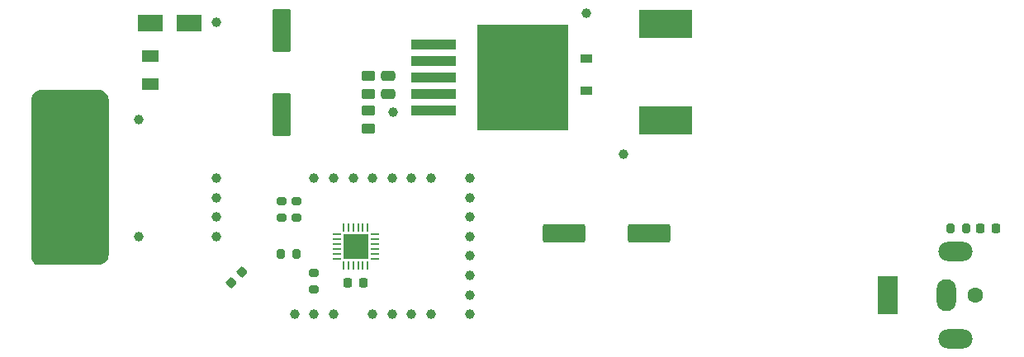
<source format=gbr>
%TF.GenerationSoftware,KiCad,Pcbnew,6.0.11+dfsg-1~bpo11+1*%
%TF.CreationDate,2024-03-27T19:00:14-04:00*%
%TF.ProjectId,Module - Adjustable single rail PSU,4d6f6475-6c65-4202-9d20-41646a757374,1.0.0*%
%TF.SameCoordinates,Original*%
%TF.FileFunction,Soldermask,Top*%
%TF.FilePolarity,Negative*%
%FSLAX46Y46*%
G04 Gerber Fmt 4.6, Leading zero omitted, Abs format (unit mm)*
G04 Created by KiCad (PCBNEW 6.0.11+dfsg-1~bpo11+1) date 2024-03-27 19:00:14*
%MOMM*%
%LPD*%
G01*
G04 APERTURE LIST*
G04 Aperture macros list*
%AMRoundRect*
0 Rectangle with rounded corners*
0 $1 Rounding radius*
0 $2 $3 $4 $5 $6 $7 $8 $9 X,Y pos of 4 corners*
0 Add a 4 corners polygon primitive as box body*
4,1,4,$2,$3,$4,$5,$6,$7,$8,$9,$2,$3,0*
0 Add four circle primitives for the rounded corners*
1,1,$1+$1,$2,$3*
1,1,$1+$1,$4,$5*
1,1,$1+$1,$6,$7*
1,1,$1+$1,$8,$9*
0 Add four rect primitives between the rounded corners*
20,1,$1+$1,$2,$3,$4,$5,0*
20,1,$1+$1,$4,$5,$6,$7,0*
20,1,$1+$1,$6,$7,$8,$9,0*
20,1,$1+$1,$8,$9,$2,$3,0*%
G04 Aperture macros list end*
%ADD10RoundRect,0.225000X-0.017678X0.335876X-0.335876X0.017678X0.017678X-0.335876X0.335876X-0.017678X0*%
%ADD11RoundRect,0.200000X-0.200000X-0.275000X0.200000X-0.275000X0.200000X0.275000X-0.200000X0.275000X0*%
%ADD12C,1.000000*%
%ADD13RoundRect,0.225000X0.225000X0.250000X-0.225000X0.250000X-0.225000X-0.250000X0.225000X-0.250000X0*%
%ADD14R,5.400000X2.900000*%
%ADD15R,1.730000X1.190000*%
%ADD16RoundRect,0.200000X-0.275000X0.200000X-0.275000X-0.200000X0.275000X-0.200000X0.275000X0.200000X0*%
%ADD17RoundRect,0.218750X0.218750X0.256250X-0.218750X0.256250X-0.218750X-0.256250X0.218750X-0.256250X0*%
%ADD18RoundRect,0.250000X-0.450000X0.262500X-0.450000X-0.262500X0.450000X-0.262500X0.450000X0.262500X0*%
%ADD19R,1.200000X0.900000*%
%ADD20RoundRect,0.250000X1.950000X0.700000X-1.950000X0.700000X-1.950000X-0.700000X1.950000X-0.700000X0*%
%ADD21RoundRect,0.062500X0.062500X-0.350000X0.062500X0.350000X-0.062500X0.350000X-0.062500X-0.350000X0*%
%ADD22RoundRect,0.062500X0.350000X-0.062500X0.350000X0.062500X-0.350000X0.062500X-0.350000X-0.062500X0*%
%ADD23R,2.600000X2.600000*%
%ADD24RoundRect,0.250000X-0.700000X1.950000X-0.700000X-1.950000X0.700000X-1.950000X0.700000X1.950000X0*%
%ADD25RoundRect,0.250000X-0.475000X0.250000X-0.475000X-0.250000X0.475000X-0.250000X0.475000X0.250000X0*%
%ADD26R,4.600000X1.100000*%
%ADD27R,9.400000X10.800000*%
%ADD28C,1.600000*%
%ADD29R,2.000000X4.000000*%
%ADD30O,2.000000X3.300000*%
%ADD31O,3.500000X2.000000*%
%ADD32R,2.500000X1.800000*%
G04 APERTURE END LIST*
D10*
%TO.C,C2*%
X71620008Y-109639992D03*
X70523992Y-110736008D03*
%TD*%
D11*
%TO.C,R3*%
X75577000Y-107772000D03*
X77227000Y-107772000D03*
%TD*%
D12*
%TO.C,TP3*%
X69000000Y-106000000D03*
%TD*%
%TO.C,TP1*%
X61000000Y-94000000D03*
%TD*%
%TO.C,TPc4*%
X89000000Y-114000000D03*
%TD*%
D13*
%TO.C,C1*%
X84035000Y-110744000D03*
X82485000Y-110744000D03*
%TD*%
D14*
%TO.C,L1*%
X115062000Y-84204000D03*
X115062000Y-94104000D03*
%TD*%
D12*
%TO.C,TPb4*%
X95000000Y-108000000D03*
%TD*%
D15*
%TO.C,F1*%
X62176000Y-90350000D03*
X62176000Y-87450000D03*
%TD*%
D16*
%TO.C,R1*%
X77164000Y-102375000D03*
X77164000Y-104025000D03*
%TD*%
D17*
%TO.C,D3*%
X148869500Y-105156000D03*
X147294500Y-105156000D03*
%TD*%
D12*
%TO.C,TPa2*%
X81000000Y-100000000D03*
%TD*%
%TO.C,TPc5*%
X91000000Y-114000000D03*
%TD*%
D16*
%TO.C,R4*%
X79000000Y-109775000D03*
X79000000Y-111425000D03*
%TD*%
D12*
%TO.C,TP20*%
X110700000Y-97536000D03*
%TD*%
D18*
%TO.C,R5*%
X84582000Y-89511500D03*
X84582000Y-91336500D03*
%TD*%
D12*
%TO.C,TPa4*%
X85000000Y-100000000D03*
%TD*%
D19*
%TO.C,D2*%
X106934000Y-87758000D03*
X106934000Y-91058000D03*
%TD*%
D12*
%TO.C,TP11*%
X87122000Y-93218000D03*
%TD*%
%TO.C,TP19*%
X81000000Y-114000000D03*
%TD*%
D20*
%TO.C,C5*%
X113316000Y-105664000D03*
X104616000Y-105664000D03*
%TD*%
D12*
%TO.C,TPb1*%
X95000000Y-102000000D03*
%TD*%
%TO.C,TPc2*%
X85000000Y-114000000D03*
%TD*%
%TO.C,TPa7*%
X91000000Y-100000000D03*
%TD*%
D21*
%TO.C,U1*%
X82010000Y-108947500D03*
X82510000Y-108947500D03*
X83010000Y-108947500D03*
X83510000Y-108947500D03*
X84010000Y-108947500D03*
X84510000Y-108947500D03*
D22*
X85197500Y-108260000D03*
X85197500Y-107760000D03*
X85197500Y-107260000D03*
X85197500Y-106760000D03*
X85197500Y-106260000D03*
X85197500Y-105760000D03*
D21*
X84510000Y-105072500D03*
X84010000Y-105072500D03*
X83510000Y-105072500D03*
X83010000Y-105072500D03*
X82510000Y-105072500D03*
X82010000Y-105072500D03*
D22*
X81322500Y-105760000D03*
X81322500Y-106260000D03*
X81322500Y-106760000D03*
X81322500Y-107260000D03*
X81322500Y-107760000D03*
X81322500Y-108260000D03*
D23*
X83260000Y-107010000D03*
%TD*%
D24*
%TO.C,C4*%
X75692000Y-84804000D03*
X75692000Y-93504000D03*
%TD*%
D12*
%TO.C,TP2*%
X61000000Y-106000000D03*
%TD*%
%TO.C,TPb5*%
X95000000Y-110000000D03*
%TD*%
D25*
%TO.C,C3*%
X86614000Y-89474000D03*
X86614000Y-91374000D03*
%TD*%
D12*
%TO.C,TP7*%
X69000000Y-84000000D03*
%TD*%
%TO.C,TP10*%
X106934000Y-83058000D03*
%TD*%
D11*
%TO.C,R7*%
X144209000Y-105156000D03*
X145859000Y-105156000D03*
%TD*%
D12*
%TO.C,TPa0*%
X79000000Y-114000000D03*
%TD*%
%TO.C,TPa6*%
X89000000Y-100000000D03*
%TD*%
%TO.C,TPa1*%
X79000000Y-100000000D03*
%TD*%
%TO.C,TPb2*%
X95000000Y-104000000D03*
%TD*%
%TO.C,TP6*%
X69000000Y-104000000D03*
%TD*%
%TO.C,TP15*%
X77000000Y-114000000D03*
%TD*%
D16*
%TO.C,R2*%
X75640000Y-102375000D03*
X75640000Y-104025000D03*
%TD*%
D12*
%TO.C,TPa5*%
X87000000Y-100000000D03*
%TD*%
D26*
%TO.C,U2*%
X91253000Y-86262000D03*
X91253000Y-87962000D03*
D27*
X100403000Y-89662000D03*
D26*
X91253000Y-89662000D03*
X91253000Y-91362000D03*
X91253000Y-93062000D03*
%TD*%
D12*
%TO.C,TPb7*%
X95000000Y-114000000D03*
%TD*%
%TO.C,TPb0*%
X95000000Y-100000000D03*
%TD*%
D28*
%TO.C,J1*%
X146800000Y-112000000D03*
D29*
X137800000Y-112000000D03*
D30*
X143800000Y-112000000D03*
D31*
X144800000Y-116500000D03*
X144800000Y-107500000D03*
%TD*%
D12*
%TO.C,TPb3*%
X95000000Y-106000000D03*
%TD*%
D32*
%TO.C,D1*%
X66200000Y-84074000D03*
X62200000Y-84074000D03*
%TD*%
D12*
%TO.C,TPc3*%
X87000000Y-114000000D03*
%TD*%
%TO.C,TPa3*%
X83000000Y-100000000D03*
%TD*%
%TO.C,TP4*%
X69000000Y-100000000D03*
%TD*%
%TO.C,TP5*%
X69000000Y-102000000D03*
%TD*%
%TO.C,TPb6*%
X95000000Y-112000000D03*
%TD*%
D18*
%TO.C,R6*%
X84582000Y-93067500D03*
X84582000Y-94892500D03*
%TD*%
G36*
X56944163Y-90960607D02*
G01*
X57120737Y-90977998D01*
X57144963Y-90982816D01*
X57308809Y-91032518D01*
X57331629Y-91041971D01*
X57482628Y-91122681D01*
X57503166Y-91136404D01*
X57635515Y-91245020D01*
X57652980Y-91262485D01*
X57761596Y-91394834D01*
X57775319Y-91415372D01*
X57856029Y-91566371D01*
X57865482Y-91589191D01*
X57915184Y-91753037D01*
X57920002Y-91777263D01*
X57937393Y-91953837D01*
X57938000Y-91966187D01*
X57938000Y-107885813D01*
X57937393Y-107898163D01*
X57920002Y-108074737D01*
X57915184Y-108098963D01*
X57865482Y-108262809D01*
X57856029Y-108285629D01*
X57775319Y-108436628D01*
X57761596Y-108457166D01*
X57652980Y-108589515D01*
X57635515Y-108606980D01*
X57503166Y-108715596D01*
X57482628Y-108729319D01*
X57331629Y-108810029D01*
X57308809Y-108819482D01*
X57144963Y-108869184D01*
X57120737Y-108874002D01*
X56944163Y-108891393D01*
X56931813Y-108892000D01*
X50515629Y-108892000D01*
X50450833Y-108874062D01*
X50450311Y-108873749D01*
X50440048Y-108866890D01*
X50430088Y-108859503D01*
X50425214Y-108855700D01*
X50371050Y-108811249D01*
X50366366Y-108807208D01*
X50300884Y-108747858D01*
X50292142Y-108739116D01*
X50234868Y-108675925D01*
X50227022Y-108666365D01*
X50176223Y-108597869D01*
X50169354Y-108587589D01*
X50125508Y-108514437D01*
X50119679Y-108503531D01*
X50083213Y-108426429D01*
X50078482Y-108415006D01*
X50049756Y-108334723D01*
X50046166Y-108322890D01*
X50025442Y-108240153D01*
X50023030Y-108228027D01*
X50010062Y-108140609D01*
X50009305Y-108134471D01*
X50004968Y-108090440D01*
X50004702Y-108087357D01*
X50001432Y-108043019D01*
X50001129Y-108036844D01*
X50000038Y-107992419D01*
X50000000Y-107989326D01*
X50000000Y-92010674D01*
X50000038Y-92007581D01*
X50001129Y-91963156D01*
X50001432Y-91956981D01*
X50004702Y-91912643D01*
X50004968Y-91909560D01*
X50009305Y-91865529D01*
X50010062Y-91859392D01*
X50023029Y-91771976D01*
X50025441Y-91759849D01*
X50046164Y-91677117D01*
X50049753Y-91665284D01*
X50078482Y-91584991D01*
X50083214Y-91573567D01*
X50119679Y-91496468D01*
X50125508Y-91485563D01*
X50169354Y-91412411D01*
X50176223Y-91402131D01*
X50227018Y-91333641D01*
X50234862Y-91324083D01*
X50292140Y-91260885D01*
X50300885Y-91252140D01*
X50364076Y-91194867D01*
X50373635Y-91187022D01*
X50442131Y-91136223D01*
X50452411Y-91129354D01*
X50525563Y-91085508D01*
X50536469Y-91079679D01*
X50613565Y-91043216D01*
X50624988Y-91038485D01*
X50705285Y-91009754D01*
X50717118Y-91006164D01*
X50799849Y-90985441D01*
X50811976Y-90983029D01*
X50899392Y-90970062D01*
X50905529Y-90969305D01*
X50949560Y-90964968D01*
X50952643Y-90964702D01*
X50996981Y-90961432D01*
X51003156Y-90961129D01*
X51047581Y-90960038D01*
X51050674Y-90960000D01*
X56931813Y-90960000D01*
X56944163Y-90960607D01*
G37*
M02*

</source>
